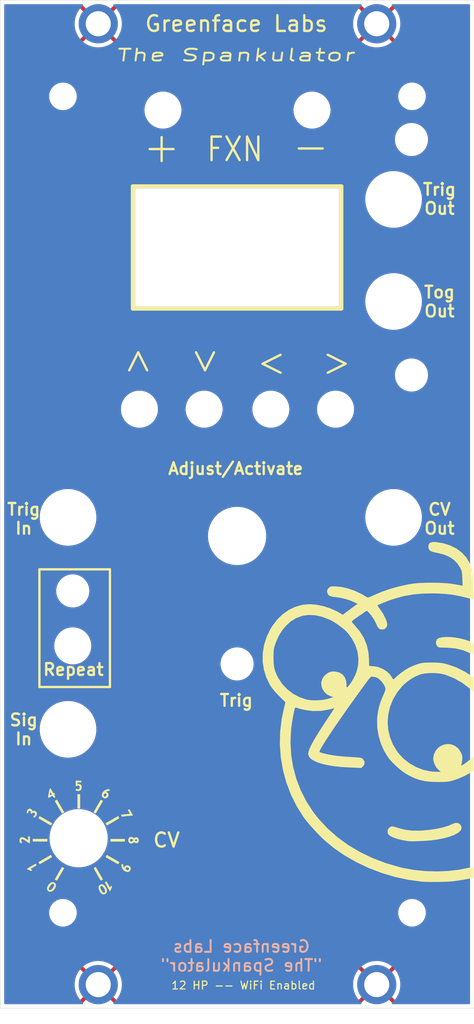
<source format=kicad_pcb>
(kicad_pcb (version 20211014) (generator pcbnew)
  (layers (0 "F.Cu" signal) (31 "B.Cu" signal) (34 "B.Paste" user) (35 "F.Paste" user) (36 "B.SilkS" user "B.Silkscreen") (37 "F.SilkS" user "F.Silkscreen") (38 "B.Mask" user) (39 "F.Mask" user) (44 "Edge.Cuts" user))
  (net 0 "")
  (net 1 "GND")
  (footprint "panel:MountingHole_3.2mm_M3_SmPad" (layer "F.Cu") (at 67.5 43)
    (fp_text reference "H1" (at -0.2 -0.2) (layer "F.SilkS"))
    (fp_text value "MountingHole_Pad")
    (pad "1" thru_hole circle locked (at 0 0) (size 5 5) (drill 3.2) (layers *.Cu *.Mask) (net 1 "GND"))
  )
  (footprint "panel:MountingHole_3.2mm_M3_SmPad" (layer "F.Cu") (at 103 43)
    (fp_text reference "H2" (at 0.1 0.2) (layer "F.SilkS"))
    (fp_text value "MountingHole_Pad")
    (pad "1" thru_hole circle locked (at 0 0) (size 5 5) (drill 3.2) (layers *.Cu *.Mask) (net 1 "GND"))
  )
  (footprint "panel:MountingHole_3.2mm_M3_SmPad" (layer "F.Cu") (at 103 165.4)
    (fp_text reference "H3" (at 0 0.2) (layer "F.SilkS"))
    (fp_text value "MountingHole_Pad")
    (pad "1" thru_hole circle locked (at 0 0) (size 5 5) (drill 3.2) (layers *.Cu *.Mask) (net 1 "GND"))
  )
  (footprint "panel:MountingHole_3.2mm_M3_SmPad" (layer "F.Cu") (at 67.5 165.4)
    (fp_text reference "H4" (at 0.1 -0.1) (layer "F.SilkS"))
    (fp_text value "MountingHole_Pad")
    (pad "1" thru_hole circle locked (at 0 0) (size 5 5) (drill 3.2) (layers *.Cu *.Mask) (net 1 "GND"))
  )
  (footprint "MountingHole:MountingHole_6.4mm_M6_DIN965" (layer "F.Cu") (at 85.2 108.25)
    (fp_text reference "H5" (at -0.2 0.15) (layer "F.SilkS"))
    (fp_text value "MountingHole")
    (pad "" np_thru_hole circle locked (at 0 0) (size 6.4 6.4) (drill 6.4) (layers *.Cu *.Mask))
  )
  (footprint "MountingHole:MountingHole_6.4mm_M6_DIN965" (layer "F.Cu") (at 68.6 146.75)
    (fp_text reference "H7" (at -3.6 0.25) (layer "F.SilkS"))
    (fp_text value "MountingHole")
    (pad "" np_thru_hole circle locked (at -3.6 0) (size 6.4 6.4) (drill 6.4) (layers *.Cu *.Mask))
  )
  (footprint "MountingHole:MountingHole_3.2mm_M3_DIN965" (layer "F.Cu") (at 64.25 115.25)
    (fp_text reference "H14" (at -0.05 0.05) (layer "F.SilkS"))
    (fp_text value "MountingHole")
    (pad "" np_thru_hole circle locked (at 0 0) (size 3.2 3.2) (drill 3.2) (layers *.Cu *.Mask))
  )
  (footprint "MountingHole:MountingHole_3.2mm_M3_DIN965" (layer "F.Cu") (at 107.43 87.75)
    (fp_text reference "H15" (at 0.1 0.05) (layer "F.SilkS"))
    (fp_text value "MountingHole")
    (pad "" np_thru_hole circle locked (at 0 0) (size 3.2 3.2) (drill 3.2) (layers *.Cu *.Mask))
  )
  (footprint "MountingHole:MountingHole_3.2mm_M3_DIN965" (layer "F.Cu") (at 107.43 57.75)
    (fp_text reference "H16" (at 0.1 -0.1) (layer "F.SilkS"))
    (fp_text value "MountingHole")
    (pad "" np_thru_hole circle locked (at 0 0) (size 3.2 3.2) (drill 3.2) (layers *.Cu *.Mask))
  )
  (footprint "MountingHole:MountingHole_2.5mm" (layer "F.Cu") (at 63 52.25)
    (fp_text reference "H17" hide)
    (fp_text value "MountingHole")
    (pad "" np_thru_hole circle locked (at 0 0) (size 2.5 2.5) (drill 2.5) (layers *.Cu *.Mask))
  )
  (footprint "MountingHole:MountingHole_2.5mm" (layer "F.Cu") (at 107.5 52.25)
    (fp_text reference "H18" hide)
    (fp_text value "MountingHole")
    (pad "" np_thru_hole circle locked (at 0 0) (size 2.5 2.5) (drill 2.5) (layers *.Cu *.Mask))
  )
  (footprint "MountingHole:MountingHole_2.5mm" (layer "F.Cu") (at 107.5 156.25)
    (fp_text reference "H19" hide)
    (fp_text value "MountingHole")
    (pad "" np_thru_hole circle locked (at 0 0) (size 2.5 2.5) (drill 2.5) (layers *.Cu *.Mask))
  )
  (footprint "MountingHole:MountingHole_2.5mm" (layer "F.Cu") (at 63 156.25)
    (fp_text reference "H20" hide)
    (fp_text value "MountingHole")
    (pad "" np_thru_hole circle locked (at 0 0) (size 2.5 2.5) (drill 2.5) (layers *.Cu *.Mask))
  )
  (footprint "MountingHole:MountingHole_3.7mm" (layer "F.Cu") (at 75.75 54)
    (fp_text reference "H26" hide)
    (fp_text value "MountingHole")
    (pad "" np_thru_hole circle locked (at 0 0) (size 3.7 3.7) (drill 3.7) (layers *.Cu *.Mask))
  )
  (footprint "MountingHole:MountingHole_3.7mm" (layer "F.Cu") (at 94.75 54)
    (fp_text reference "H27" hide)
    (fp_text value "MountingHole")
    (pad "" np_thru_hole circle locked (at 0 0) (size 3.7 3.7) (drill 3.7) (layers *.Cu *.Mask))
  )
  (footprint "MountingHole:MountingHole_3.7mm" (layer "F.Cu") (at 64.25 122.25)
    (fp_text reference "H28" (at 0.05 -0.05) (layer "F.SilkS"))
    (fp_text value "MountingHole")
    (pad "" np_thru_hole circle locked (at 0 0) (size 3.7 3.7) (drill 3.7) (layers *.Cu *.Mask))
  )
  (footprint "MountingHole:MountingHole_3.7mm" (layer "F.Cu") (at 72.75 92.1)
    (fp_text reference "H29" (at -0.05 -0.2) (layer "F.SilkS"))
    (fp_text value "MountingHole")
    (pad "" np_thru_hole circle locked (at 0 0) (size 3.7 3.7) (drill 3.7) (layers *.Cu *.Mask))
  )
  (footprint "MountingHole:MountingHole_3.7mm" (layer "F.Cu") (at 81 92.1)
    (fp_text reference "H30" (at -0.1 0.2) (layer "F.SilkS"))
    (fp_text value "MountingHole")
    (pad "" np_thru_hole circle locked (at 0 0) (size 3.7 3.7) (drill 3.7) (layers *.Cu *.Mask))
  )
  (footprint "MountingHole:MountingHole_3.7mm" (layer "F.Cu") (at 89.5 92.1)
    (fp_text reference "H31" (at -0.1 0) (layer "F.SilkS"))
    (fp_text value "MountingHole")
    (pad "" np_thru_hole circle locked (at 0 0) (size 3.7 3.7) (drill 3.7) (layers *.Cu *.Mask))
  )
  (footprint "MountingHole:MountingHole_3.7mm" (layer "F.Cu") (at 97.75 92.1)
    (fp_text reference "H32" (at 0 0) (layer "F.SilkS"))
    (fp_text value "MountingHole")
    (pad "" np_thru_hole circle locked (at 0 0) (size 3.7 3.7) (drill 3.7) (layers *.Cu *.Mask))
  )
  (footprint "panel:MountingHole_MolexJack" (layer "F.Cu") (at 63.65 105.88)
    (fp_text reference "H8" (at 0.1 -0.05) (layer "F.SilkS"))
    (fp_text value "MountingHole")
    (pad "" np_thru_hole circle locked (at 0 0) (size 6.2 6.2) (drill 6.2) (layers *.Cu *.Mask))
  )
  (footprint "panel:MountingHole_MolexJack" (layer "F.Cu") (at 105.15 65.38)
    (fp_text reference "H9" hide)
    (fp_text value "MountingHole")
    (pad "" np_thru_hole circle locked (at 0 0) (size 6.2 6.2) (drill 6.2) (layers *.Cu *.Mask))
  )
  (footprint "panel:MountingHole_MolexJack" (layer "F.Cu") (at 105.15 78.38)
    (fp_text reference "H10" (at 0.1 0.05) (layer "F.SilkS"))
    (fp_text value "MountingHole")
    (pad "" np_thru_hole circle locked (at 0 0) (size 6.2 6.2) (drill 6.2) (layers *.Cu *.Mask))
  )
  (footprint "panel:MountingHole_MolexJack" (layer "F.Cu") (at 105.15 105.88)
    (fp_text reference "H11" hide)
    (fp_text value "MountingHole")
    (pad "" np_thru_hole circle locked (at 0 0) (size 6.2 6.2) (drill 6.2) (layers *.Cu *.Mask))
  )
  (footprint "panel:MountingHole_MolexJack" (layer "F.Cu") (at 63.65 132.88)
    (fp_text reference "H12" (at 0 0.25) (layer "F.SilkS"))
    (fp_text value "MountingHole")
    (pad "" np_thru_hole circle locked (at 0 0) (size 6.2 6.2) (drill 6.2) (layers *.Cu *.Mask))
  )
  (footprint "MountingHole:MountingHole_3.2mm_M3_DIN965" (layer "F.Cu") (at 85.2 124.55)
    (fp_text reference "H6" (at 0 -0.05) (layer "F.SilkS"))
    (fp_text value "MountingHole")
    (pad "" np_thru_hole circle locked (at 0 0) (size 3.2 3.2) (drill 3.2) (layers *.Cu *.Mask))
  )
  (footprint "panel:partial3" (layer "F.Cu") (at 101.65 130.75)
    (fp_text reference "face1" hide)
    (fp_text value "SYM_Hot_Large" hide)
    (fp_poly (pts (xy 11.931689 14.194109) (xy 12.002264 14.26686) (xy 12.159522 14.546202) (xy 12.154298 14.821651) (xy 11.993446 15.089125) (xy 11.683817 15.34454) (xy 11.232262 15.583811) (xy 10.645635 15.802855) (xy 9.930787 15.99759) (xy 9.09457 16.16393) (xy 8.720667 16.222618) (xy 8.334477 16.26887) (xy 7.858833 16.310616) (xy 7.332879 16.346051) (xy 6.795759 16.373371) (xy 6.286619 16.390769) (xy 5.844603 16.396441) (xy 5.508855 16.388582) (xy 5.376334 16.376849) (xy 4.638333 16.251488) (xy 3.999501 16.096967) (xy 3.475086 15.919041) (xy 3.080335 15.723464) (xy 2.830498 15.51599) (xy 2.756489 15.388166) (xy 2.726474 15.064856) (xy 2.8427 14.770176) (xy 3.0656 14.567475) (xy 3.188735 14.509855) (xy 3.316433 14.491645) (xy 3.491187 14.517474) (xy 3.755487 14.591972) (xy 3.995816 14.668813) (xy 4.930956 14.913868) (xy 5.871981 15.03451) (xy 6.877597 15.037872) (xy 6.985 15.031971) (xy 8.013127 14.942553) (xy 8.958112 14.804389) (xy 9.797804 14.622078) (xy 10.510049 14.400219) (xy 10.95135 14.208565) (xy 11.347574 14.058153) (xy 11.669667 14.053074)) (layer "F.SilkS") (width 0) (fill solid))
    (fp_poly (pts (xy 8.863599 -21.730668) (xy 9.844421 -21.571481) (xy 10.736611 -21.288141) (xy 11.52928 -20.887412) (xy 12.211539 -20.376056) (xy 12.772499 -19.760836) (xy 13.20127 -19.048514) (xy 13.209071 -19.031938) (xy 13.346094 -18.715004) (xy 13.450422 -18.405602) (xy 13.52621 -18.073714) (xy 13.577617 -17.689319) (xy 13.608797 -17.222399) (xy 13.623908 -16.642934) (xy 13.627213 -16.012125) (xy 13.626294 -14.419814) (xy 12.676314 -14.665044) (xy 11.778115 -14.874847) (xy 10.920819 -15.024839) (xy 10.047769 -15.121948) (xy 9.102312 -15.173102) (xy 8.424334 -15.184977) (xy 7.182072 -15.157815) (xy 6.044393 -15.055133) (xy 4.960628 -14.869019) (xy 3.880107 -14.591561) (xy 3.175 -14.365187) (xy 2.865344 -14.254119) (xy 2.514077 -14.120889) (xy 2.159597 -13.981002) (xy 1.840303 -13.849965) (xy 1.59459 -13.743285) (xy 1.460858 -13.676469) (xy 1.450293 -13.668673) (xy 1.479113 -13.591584) (xy 1.587544 -13.428186) (xy 1.670909 -13.317738) (xy 2.196568 -12.547963) (xy 2.539218 -11.83502) (xy 2.661108 -11.469944) (xy 2.699056 -11.205448) (xy 2.652821 -10.994911) (xy 2.533855 -10.806419) (xy 2.349287 -10.641411) (xy 2.105789 -10.584838) (xy 2.038977 -10.583334) (xy 1.784874 -10.616815) (xy 1.592987 -10.736588) (xy 1.43188 -10.971647) (xy 1.304625 -11.260667) (xy 1.13508 -11.61611) (xy 0.897854 -12.015526) (xy 0.632635 -12.398627) (xy 0.379111 -12.705122) (xy 0.30538 -12.778621) (xy 0.083897 -12.984241) (xy -0.741218 -12.4192) (xy -1.175085 -12.123977) (xy -1.48578 -11.909162) (xy -1.686184 -11.754351) (xy -1.789181 -11.639141) (xy -1.807652 -11.543128) (xy -1.754481 -11.445909) (xy -1.642548 -11.32708) (xy -1.513269 -11.196401) (xy -0.82 -10.371871) (xy -0.290004 -9.514887) (xy 0.08141 -8.61449) (xy 0.298931 -7.659718) (xy 0.366211 -6.804374) (xy 0.381 -5.946414) (xy 0.973667 -5.907592) (xy 1.543674 -5.802653) (xy 2.104261 -5.578021) (xy 2.613586 -5.258779) (xy 3.029807 -4.870009) (xy 3.262372 -4.535638) (xy 3.387714 -4.322571) (xy 3.482463 -4.250037) (xy 3.589055 -4.30579) (xy 3.691045 -4.411939) (xy 3.921883 -4.633273) (xy 4.250006 -4.904984) (xy 4.627309 -5.190637) (xy 5.005689 -5.453798) (xy 5.334 -5.656335) (xy 5.650066 -5.813847) (xy 6.047012 -5.985333) (xy 6.443593 -6.135888) (xy 6.477 -6.147392) (xy 6.770459 -6.242008) (xy 7.026865 -6.306722) (xy 7.290996 -6.347069) (xy 7.607631 -6.368586) (xy 8.021548 -6.376807) (xy 8.339667 -6.377659) (xy 8.86994 -6.372385) (xy 9.28362 -6.35334) (xy 9.633256 -6.314815) (xy 9.971398 -6.251102) (xy 10.333596 -6.161043) (xy 11.487329 -5.76535) (xy 12.593749 -5.208218) (xy 13.027354 -4.937036) (xy 13.631333 -4.537049) (xy 13.631334 -3.617377) (xy 13.631334 -2.697705) (xy 13.1445 -3.114115) (xy 12.202058 -3.818742) (xy 11.187441 -4.387969) (xy 10.128687 -4.806567) (xy 9.906 -4.873166) (xy 9.360599 -4.982605) (xy 8.734413 -5.036756) (xy 8.084514 -5.036227) (xy 7.467972 -4.981627) (xy 6.941856 -4.873565) (xy 6.837423 -4.840447) (xy 6.247171 -4.582124) (xy 5.632393 -4.219354) (xy 5.055418 -3.793052) (xy 4.610308 -3.37856) (xy 3.941597 -2.54863) (xy 3.419957 -1.658124) (xy 3.046238 -0.72279) (xy 2.821295 0.241625) (xy 2.74598 1.219373) (xy 2.821147 2.194706) (xy 3.047649 3.151876) (xy 3.42634 4.075135) (xy 3.958071 4.948736) (xy 4.145743 5.196491) (xy 4.790167 5.881964) (xy 5.5431 6.467544) (xy 6.376119 6.939203) (xy 7.260802 7.28291) (xy 8.168726 7.484638) (xy 8.882377 7.534394) (xy 9.525 7.533455) (xy 9.239262 7.308318) (xy 8.96004 7.002894) (xy 8.732714 6.595223) (xy 8.588 6.151061) (xy 8.552161 5.837457) (xy 8.629206 5.350391) (xy 8.843087 4.882626) (xy 9.164841 4.487879) (xy 9.36544 4.32912) (xy 9.870082 4.085765) (xy 10.389686 3.997571) (xy 10.897174 4.057365) (xy 11.365468 4.257972) (xy 11.767489 4.592217) (xy 12.073037 5.046512) (xy 12.206539 5.353703) (xy 12.263564 5.609839) (xy 12.261286 5.904946) (xy 12.253659 5.993311) (xy 12.217138 6.289954) (xy 12.172312 6.536171) (xy 12.143429 6.638275) (xy 12.109967 6.738419) (xy 12.145766 6.752224) (xy 12.283765 6.679691) (xy 12.354837 6.638275) (xy 12.560672 6.503092) (xy 12.837365 6.302469) (xy 13.125691 6.079377) (xy 13.130926 6.075176) (xy 13.631334 5.673353) (xy 13.631334 7.428164) (xy 13.308084 7.64208) (xy 12.556524 8.069655) (xy 11.689572 8.440876) (xy 11.21689 8.601766) (xy 10.898052 8.696411) (xy 10.622283 8.762309) (xy 10.345359 8.804724) (xy 10.023049 8.828915) (xy 9.611128 8.840145) (xy 9.186334 8.843337) (xy 8.302668 8.821431) (xy 7.537905 8.74168) (xy 6.84815 8.592823) (xy 6.189504 8.363603) (xy 5.518074 8.04276) (xy 5.064909 7.786235) (xy 4.643728 7.499626) (xy 4.169414 7.118505) (xy 3.688496 6.685261) (xy 3.247497 6.242285) (xy 2.892944 5.831966) (xy 2.832897 5.752651) (xy 2.300805 4.896625) (xy 1.881162 3.9469) (xy 1.58368 2.939891) (xy 1.418069 1.912016) (xy 1.394041 0.899691) (xy 1.428633 0.486833) (xy 1.531174 -0.220189) (xy 1.668113 -0.833678) (xy 1.860192 -1.428886) (xy 2.128151 -2.081062) (xy 2.14987 -2.129863) (xy 2.312291 -2.500161) (xy 2.411786 -2.755605) (xy 2.45729 -2.934671) (xy 2.457734 -3.075836) (xy 2.42205 -3.217578) (xy 2.410408 -3.252164) (xy 2.24383 -3.588044) (xy 1.990445 -3.933993) (xy 1.697874 -4.233827) (xy 1.413736 -4.431363) (xy 1.409031 -4.433617) (xy 1.129659 -4.528337) (xy 0.848943 -4.56973) (xy 0.833871 -4.5698) (xy 0.767991 -4.572853) (xy 0.713385 -4.575404) (xy 0.660567 -4.565804) (xy 0.600051 -4.532403) (xy 0.52235 -4.463554) (xy 0.417979 -4.347607) (xy 0.277452 -4.172913) (xy 0.091281 -3.927823) (xy -0.150019 -3.600688) (xy -0.455935 -3.179859) (xy -0.835952 -2.653686) (xy -1.299557 -2.010522) (xy -1.680909 -1.481667) (xy -2.302645 -0.613643) (xy -2.899406 0.231582) (xy -3.463946 1.042976) (xy -3.989019 1.809505) (xy -4.467379 2.520137) (xy -4.89178 3.163838) (xy -5.254977 3.729576) (xy -5.549724 4.206318) (xy -5.768774 4.58303) (xy -5.904883 4.848681) (xy -5.950804 4.992236) (xy -5.944908 5.010958) (xy -5.810724 5.07805) (xy -5.544947 5.161083) (xy -5.183587 5.251845) (xy -4.762653 5.342123) (xy -4.318155 5.423707) (xy -3.886102 5.488384) (xy -3.809292 5.497975) (xy -3.410346 5.540167) (xy -2.904791 5.585138) (xy -2.355167 5.627726) (xy -1.824013 5.662773) (xy -1.782951 5.665167) (xy -1.30365 5.694099) (xy -0.963479 5.720652) (xy -0.732456 5.751121) (xy -0.580602 5.791799) (xy -0.477935 5.848981) (xy -0.394474 5.92896) (xy -0.364784 5.962884) (xy -0.198668 6.25368) (xy -0.201391 6.539558) (xy -0.372787 6.814746) (xy -0.39006 6.832423) (xy -0.610787 7.05315) (xy -1.97756 6.99936) (xy -3.22338 6.923238) (xy -4.311485 6.798696) (xy -5.246677 6.624875) (xy -6.033757 6.400918) (xy -6.573591 6.17849) (xy -6.992263 5.929787) (xy -7.254344 5.661746) (xy -7.372533 5.358836) (xy -7.381667 5.19024) (xy -7.334118 4.926066) (xy -7.205583 4.572079) (xy -6.992238 4.121341) (xy -6.690259 3.566914) (xy -6.295823 2.901858) (xy -5.805104 2.119234) (xy -5.214281 1.212105) (xy -5.066596 0.989287) (xy -4.771126 0.543788) (xy -4.510143 0.14843) (xy -4.297261 -0.176012) (xy -4.146092 -0.408764) (xy -4.070246 -0.529051) (xy -4.064 -0.54088) (xy -4.13915 -0.531874) (xy -4.337942 -0.488208) (xy -4.620386 -0.418796) (xy -4.677833 -0.404046) (xy -5.732272 -0.217828) (xy -6.79656 -0.199917) (xy -7.582057 -0.294952) (xy -7.974589 -0.372711) (xy -8.336667 -0.456891) (xy -8.613862 -0.534308) (xy -8.705369 -0.567087) (xy -8.918907 -0.63829) (xy -9.032963 -0.621514) (xy -9.061798 -0.58868) (xy -9.115191 -0.440222) (xy -9.184409 -0.158216) (xy -9.263234 0.222991) (xy -9.345447 0.669056) (xy -9.424832 1.145632) (xy -9.495169 1.618375) (xy -9.550241 2.05294) (xy -9.564707 2.189137) (xy -9.641386 3.79612) (xy -9.552332 5.38374) (xy -9.300737 6.941645) (xy -8.889793 8.459488) (xy -8.322692 9.926919) (xy -7.602625 11.333587) (xy -6.732784 12.669145) (xy -6.072122 13.513871) (xy -4.929581 14.74446) (xy -3.661254 15.865825) (xy -2.273992 16.874005) (xy -0.774648 17.76504) (xy 0.829923 18.534969) (xy 2.53287 19.179831) (xy 4.32734 19.695667) (xy 4.82537 19.812022) (xy 6.181022 20.052685) (xy 7.602059 20.192023) (xy 9.049577 20.230656) (xy 10.484672 20.169199) (xy 11.86844 20.008271) (xy 13.161976 19.748489) (xy 13.440834 19.675317) (xy 13.533099 19.657267) (xy 13.58941 19.686075) (xy 13.618639 19.792761) (xy 13.629656 20.008346) (xy 13.631334 20.341452) (xy 13.631334 21.059987) (xy 12.678834 21.240156) (xy 12.183304 21.326836) (xy 11.640254 21.410631) (xy 11.133596 21.479008) (xy 10.904171 21.505163) (xy 10.530532 21.532788) (xy 10.035602 21.553881) (xy 9.463714 21.568083) (xy 8.859201 21.575037) (xy 8.266395 21.574383) (xy 7.72963 21.565763) (xy 7.293238 21.548819) (xy 7.112 21.535815) (xy 5.392082 21.305559) (xy 3.677243 20.93424) (xy 1.988188 20.430633) (xy 0.345624 19.803513) (xy -1.229745 19.061657) (xy -2.717213 18.213838) (xy -4.096073 17.268833) (xy -5.30287 16.274277) (xy -5.680334 15.91514) (xy -6.111882 15.47652) (xy -6.566876 14.992217) (xy -7.014681 14.496036) (xy -7.42466 14.021777) (xy -7.766175 13.603244) (xy -7.96688 13.335) (xy -8.848878 11.933475) (xy -9.583679 10.457386) (xy -10.168796 8.920098) (xy -10.601743 7.334981) (xy -10.880034 5.715402) (xy -11.001183 4.07473) (xy -10.962704 2.426333) (xy -10.762111 0.783578) (xy -10.517694 -0.381) (xy -10.287 -1.312334) (xy -11.100722 -2.116667) (xy -11.569325 -2.608656) (xy -11.960774 -3.077685) (xy -12.245334 -3.487938) (xy -12.260562 -3.513667) (xy -12.729794 -4.479125) (xy -13.039269 -5.484931) (xy -13.189581 -6.517018) (xy -13.185881 -6.985) (xy -11.807277 -6.985) (xy -11.789047 -6.339158) (xy -11.728475 -5.806433) (xy -11.612829 -5.333216) (xy -11.429375 -4.8659) (xy -11.193913 -4.402667) (xy -10.676288 -3.629607) (xy -10.030942 -2.951333) (xy -9.2806 -2.384916) (xy -8.447987 -1.947427) (xy -7.555827 -1.655937) (xy -7.529236 -1.64982) (xy -6.95035 -1.56873) (xy -6.287127 -1.556789) (xy -5.608264 -1.610656) (xy -4.982455 -1.726987) (xy -4.783666 -1.783422) (xy -4.191 -1.971355) (xy -4.561416 -2.096928) (xy -5.003352 -2.326241) (xy -5.361722 -2.669101) (xy -5.602066 -3.088156) (xy -5.662209 -3.290121) (xy -5.708922 -3.556509) (xy -5.726498 -3.762465) (xy -5.720545 -3.828219) (xy -5.677557 -3.990418) (xy -5.637429 -4.163308) (xy -5.500052 -4.469072) (xy -5.243129 -4.774553) (xy -4.909654 -5.031981) (xy -4.800834 -5.092839) (xy -4.515447 -5.204798) (xy -4.207855 -5.241163) (xy -3.972731 -5.232463) (xy -3.45579 -5.121015) (xy -3.037109 -4.877675) (xy -2.73008 -4.517084) (xy -2.548095 -4.053879) (xy -2.501543 -3.624257) (xy -2.497581 -3.356238) (xy -2.478564 -3.229158) (xy -2.431518 -3.214634) (xy -2.345334 -3.282593) (xy -2.126685 -3.530676) (xy -1.878409 -3.891242) (xy -1.627935 -4.317343) (xy -1.402697 -4.762033) (xy -1.230126 -5.178363) (xy -1.219008 -5.210229) (xy -1.018605 -6.048989) (xy -0.981135 -6.90498) (xy -1.103282 -7.763254) (xy -1.381731 -8.608865) (xy -1.813166 -9.426866) (xy -2.302576 -10.095132) (xy -2.642929 -10.446052) (xy -3.090774 -10.828627) (xy -3.598182 -11.20729) (xy -4.117224 -11.54648) (xy -4.599972 -11.810631) (xy -4.639863 -11.829444) (xy -5.57789 -12.193068) (xy -6.476875 -12.396378) (xy -7.332652 -12.439968) (xy -8.141054 -12.324425) (xy -8.897914 -12.050342) (xy -9.599067 -11.618309) (xy -10.233249 -11.036671) (xy -10.733726 -10.426688) (xy -11.130342 -9.787421) (xy -11.459163 -9.058114) (xy -11.544728 -8.82745) (xy -11.655571 -8.50406) (xy -11.730218 -8.237368) (xy -11.775658 -7.978313) (xy -11.798883 -7.677837) (xy -11.806883 -7.28688) (xy -11.807277 -6.985) (xy -13.185881 -6.985) (xy -13.181324 -7.561318) (xy -13.015093 -8.603763) (xy -12.691483 -9.630284) (xy -12.211087 -10.626815) (xy -11.941515 -11.065367) (xy -11.322609 -11.871566) (xy -10.618537 -12.549031) (xy -9.842951 -13.089795) (xy -9.0095 -13.485892) (xy -8.131835 -13.729357) (xy -7.234355 -13.812214) (xy -6.379281 -13.749386) (xy -5.476686 -13.568207) (xy -4.582174 -13.284635) (xy -3.751348 -12.914631) (xy -3.386093 -12.707693) (xy -2.986433 -12.461779) (xy -2.233385 -13.02539) (xy -1.906339 -13.268421) (xy -1.610715 -13.484966) (xy -1.384067 -13.647692) (xy -1.280832 -13.718694) (xy -1.081327 -13.848387) (xy -1.542987 -14.07444) (xy -2.112061 -14.308161) (xy -2.768903 -14.506625) (xy -3.432448 -14.647575) (xy -3.806216 -14.695835) (xy -4.2612 -14.752929) (xy -4.576113 -14.835854) (xy -4.779578 -14.955784) (xy -4.899684 -15.122707) (xy -4.987158 -15.418187) (xy -4.934564 -15.664433) (xy -4.787709 -15.862637) (xy -4.641942 -15.99338) (xy -4.476688 -16.060977) (xy -4.230662 -16.08493) (xy -4.083592 -16.086667) (xy -3.237856 -16.018538) (xy -2.343249 -15.823494) (xy -1.444779 -15.515548) (xy -0.587454 -15.108712) (xy -0.192182 -14.87507) (xy 0.028991 -14.743367) (xy 0.194134 -14.661129) (xy 0.241738 -14.647334) (xy 0.34533 -14.681108) (xy 0.567108 -14.772544) (xy 0.872226 -14.906811) (xy 1.153587 -15.035413) (xy 2.107007 -15.431391) (xy 3.168248 -15.791379) (xy 4.276815 -16.097939) (xy 5.372215 -16.333636) (xy 6.011334 -16.435602) (xy 6.581011 -16.492896) (xy 7.263498 -16.530024) (xy 8.014205 -16.547289) (xy 8.788545 -16.544992) (xy 9.541929 -16.523437) (xy 10.229768 -16.482927) (xy 10.807474 -16.423765) (xy 10.955198 -16.402013) (xy 11.35293 -16.336158) (xy 11.706787 -16.27454) (xy 11.972042 -16.22512) (xy 12.086796 -16.200631) (xy 12.296195 -16.148075) (xy 12.264219 -17.069871) (xy 12.242633 -17.516524) (xy 12.208856 -17.839182) (xy 12.154855 -18.083133) (xy 12.072596 -18.293665) (xy 12.033125 -18.372667) (xy 11.655061 -18.966004) (xy 11.191824 -19.447923) (xy 10.626562 -19.829284) (xy 9.942423 -20.120947) (xy 9.122555 -20.333772) (xy 8.935472 -20.368775) (xy 8.497099 -20.465677) (xy 8.202932 -20.585852) (xy 8.027902 -20.748209) (xy 7.946939 -20.971651) (xy 7.933506 -21.12438) (xy 7.976383 -21.431016) (xy 8.132588 -21.630236) (xy 8.412642 -21.728897) (xy 8.827064 -21.733858)) (layer "F.SilkS") (width 0) (fill solid))
    (fp_poly (pts (xy 10.735365 -9.623025) (xy 11.329436 -9.564887) (xy 11.936835 -9.461587) (xy 12.527895 -9.314176) (xy 12.719384 -9.254353) (xy 13.114378 -9.121416) (xy 13.37596 -9.011283) (xy 13.530431 -8.890501) (xy 13.604092 -8.725614) (xy 13.623245 -8.483168) (xy 13.614192 -8.12971) (xy 13.61375 -8.116758) (xy 13.589 -7.388817) (xy 13.123334 -7.62758) (xy 12.30577 -7.958775) (xy 11.381839 -8.172171) (xy 10.371667 -8.263252) (xy 9.983851 -8.27394) (xy 9.654419 -8.283258) (xy 9.4229 -8.290073) (xy 9.3345 -8.292972) (xy 9.200798 -8.351708) (xy 9.059334 -8.466667) (xy 8.915507 -8.718733) (xy 8.898961 -9.015622) (xy 9.007834 -9.292624) (xy 9.085667 -9.382969) (xy 9.329772 -9.515975) (xy 9.705867 -9.599619) (xy 10.184287 -9.634953)) (layer "F.SilkS") (width 0) (fill solid))
  )
  (footprint "panel:dial2" (layer "F.Cu") (at 65.05 146.7 90)
    (fp_text reference "dial1" hide)
    (fp_text value "SYM_Hot_Large" hide)
    (fp_poly (pts (xy -0.128871 6.30569) (xy -0.015531 6.363557) (xy 0.06496 6.452552) (xy 0.070078 6.461965) (xy 0.104195 6.571891) (xy 0.107162 6.694212) (xy 0.082627 6.813067) (xy 0.034236 6.912595) (xy -0.034365 6.976936) (xy -0.04996 6.984097) (xy -0.083605 7.001901) (xy -0.065588 7.021331) (xy -0.051676 7.029353) (xy -0.013466 7.070657) (xy 0.027575 7.143714) (xy 0.04223 7.178356) (xy 0.069526 7.260206) (xy 0.073326 7.319309) (xy 0.054134 7.384011) (xy 0.046216 7.403394) (xy -0.025779 7.507999) (xy -0.132739 7.580724) (xy -0.260566 7.617599) (xy -0.395163 7.614653) (xy -0.522432 7.567914) (xy -0.527365 7.56496) (xy -0.597425 7.511016) (xy -0.647662 7.453033) (xy -0.650514 7.448044) (xy -0.673231 7.356932) (xy -0.669472 7.295073) (xy -0.423173 7.295073) (xy -0.414679 7.359) (xy -0.404518 7.375407) (xy -0.355391 7.394357) (xy -0.284263 7.394112) (xy -0.216716 7.377825) (xy -0.17833 7.348649) (xy -0.17784 7.347462) (xy -0.179205 7.284403) (xy -0.213544 7.209261) (xy -0.269219 7.144531) (xy -0.29093 7.128898) (xy -0.337999 7.114682) (xy -0.378296 7.146934) (xy -0.382653 7.152671) (xy -0.411632 7.217481) (xy -0.423173 7.295073) (xy -0.669472 7.295073) (xy -0.666428 7.244983) (xy -0.634062 7.136804) (xy -0.589057 7.065824) (xy -0.547181 7.016385) (xy -0.543176 6.988783) (xy -0.569483 6.968629) (xy -0.613906 6.928528) (xy -0.665803 6.861618) (xy -0.678598 6.841841) (xy -0.725528 6.716607) (xy -0.725271 6.685059) (xy -0.474038 6.685059) (xy -0.430961 6.775217) (xy -0.403942 6.807066) (xy -0.324184 6.870653) (xy -0.254991 6.880759) (xy -0.191174 6.838108) (xy -0.190017 6.836833) (xy -0.133225 6.740831) (xy -0.130891 6.643431) (xy -0.169786 6.5675) (xy -0.247173 6.504722) (xy -0.335201 6.497064) (xy -0.417053 6.535044) (xy -0.469581 6.601283) (xy -0.474038 6.685059) (xy -0.725271 6.685059) (xy -0.724444 6.583791) (xy -0.677056 6.460626) (xy -0.635496 6.406962) (xy -0.528373 6.329588) (xy -0.399053 6.287633) (xy -0.261299 6.280025) (xy -0.128871 6.30569)) (layer "F.SilkS") (width 0.01) (fill solid))
    (fp_poly (pts (xy -0.143472 -7.556349) (xy -0.036644 -7.495647) (xy 0.041839 -7.408543) (xy 0.081365 -7.298188) (xy 0.084047 -7.256361) (xy 0.070831 -7.156942) (xy 0.029909 -7.041745) (xy -0.042343 -6.902832) (xy -0.149552 -6.732267) (xy -0.167788 -6.705067) (xy -0.312164 -6.491112) (xy 0.169334 -6.491112) (xy 0.169334 -6.265334) (xy -0.268111 -6.265334) (xy -0.44712 -6.266638) (xy -0.574968 -6.270819) (xy -0.656887 -6.278281) (xy -0.698105 -6.289431) (xy -0.705555 -6.299175) (xy -0.690433 -6.333063) (xy -0.648669 -6.404692) (xy -0.585671 -6.505339) (xy -0.506842 -6.62628) (xy -0.453204 -6.706424) (xy -0.333277 -6.890146) (xy -0.248204 -7.0361) (xy -0.195938 -7.149235) (xy -0.174435 -7.234495) (xy -0.181649 -7.296827) (xy -0.197812 -7.323977) (xy -0.258516 -7.358225) (xy -0.344902 -7.364744) (xy -0.434231 -7.344817) (xy -0.496448 -7.307151) (xy -0.544024 -7.268456) (xy -0.582163 -7.267272) (xy -0.632323 -7.296286) (xy -0.691662 -7.348656) (xy -0.698062 -7.400372) (xy -0.652131 -7.462418) (xy -0.642055 -7.47209) (xy -0.527939 -7.548519) (xy -0.399729 -7.585938) (xy -0.268037 -7.587497) (xy -0.143472 -7.556349)) (layer "F.SilkS") (width 0.01) (fill solid))
    (fp_poly (pts (xy -0.141111 -4.035778) (xy -0.297219 -4.035778) (xy -0.401028 -4.042313) (xy -0.458512 -4.060996) (xy -0.466964 -4.071316) (xy -0.470086 -4.107386) (xy -0.472488 -4.192801) (xy -0.474122 -4.320465) (xy -0.474942 -4.48328) (xy -0.4749 -4.674153) (xy -0.473949 -4.885985) (xy -0.473133 -4.995593) (xy -0.465666 -5.884334) (xy -0.303388 -5.892798) (xy -0.141111 -5.901262) (xy -0.141111 -4.035778)) (layer "F.SilkS") (width 0.01) (fill solid))
    (fp_poly (pts (xy -3.089422 -5.141126) (xy -3.045151 -5.07453) (xy -2.980412 -4.970919) (xy -2.898897 -4.836333) (xy -2.804296 -4.676813) (xy -2.700301 -4.498398) (xy -2.665437 -4.437945) (xy -2.557997 -4.251375) (xy -2.458192 -4.078453) (xy -2.369903 -3.925874) (xy -2.297012 -3.800333) (xy -2.243401 -3.708526) (xy -2.212954 -3.657149) (xy -2.209181 -3.651035) (xy -2.190726 -3.613466) (xy -2.199321 -3.583885) (xy -2.243473 -3.549305) (xy -2.297005 -3.516979) (xy -2.372961 -3.475003) (xy -2.429246 -3.448504) (xy -2.446247 -3.443664) (xy -2.467085 -3.467129) (xy -2.510785 -3.531966) (xy -2.572462 -3.630394) (xy -2.64723 -3.754632) (xy -2.723444 -3.88515) (xy -2.823635 -4.058863) (xy -2.931448 -4.245429) (xy -3.03669 -4.427231) (xy -3.129166 -4.586653) (xy -3.167944 -4.653346) (xy -3.238235 -4.77615) (xy -3.296793 -4.882365) (xy -3.338322 -4.962088) (xy -3.357524 -5.005414) (xy -3.358227 -5.009137) (xy -3.33573 -5.037477) (xy -3.280823 -5.078722) (xy -3.211971 -5.121326) (xy -3.147635 -5.15374) (xy -3.109533 -5.164667) (xy -3.089422 -5.141126)) (layer "F.SilkS") (width 0.01) (fill solid))
    (fp_poly (pts (xy 1.865054 3.409759) (xy 1.903603 3.473199) (xy 1.959583 3.568224) (xy 2.027795 3.686075) (xy 2.054337 3.732388) (xy 2.139116 3.880367) (xy 2.241785 4.059048) (xy 2.351912 4.250307) (xy 2.459067 4.43602) (xy 2.508867 4.522164) (xy 2.590734 4.664302) (xy 2.661822 4.78894) (xy 2.717664 4.888145) (xy 2.75379 4.953982) (xy 2.765778 4.978362) (xy 2.743889 4.996089) (xy 2.689785 5.030621) (xy 2.620813 5.071749) (xy 2.554319 5.109267) (xy 2.507651 5.132966) (xy 2.497138 5.136444) (xy 2.48083 5.113619) (xy 2.441995 5.051471) (xy 2.386445 4.959492) (xy 2.319991 4.847174) (xy 2.319987 4.847166) (xy 2.147316 4.552351) (xy 2.001614 4.302793) (xy 1.881023 4.095222) (xy 1.783684 3.926366) (xy 1.707739 3.792956) (xy 1.651329 3.691721) (xy 1.612596 3.619391) (xy 1.589681 3.572694) (xy 1.580726 3.54836) (xy 1.580445 3.545703) (xy 1.60233 3.527597) (xy 1.65643 3.492717) (xy 1.725411 3.451322) (xy 1.791937 3.413673) (xy 1.838675 3.39003) (xy 1.849136 3.386666) (xy 1.865054 3.409759)) (layer "F.SilkS") (width 0.01) (fill solid))
    (fp_poly (pts (xy -3.856149 1.888056) (xy -3.823083 1.928966) (xy -3.780425 1.997466) (xy -3.768661 2.018825) (xy -3.735004 2.085334) (xy -3.728108 2.121749) (xy -3.747972 2.147673) (xy -3.768661 2.163356) (xy -3.801599 2.183779) (xy -3.876056 2.22795) (xy -3.984575 2.291562) (xy -4.119699 2.370303) (xy -4.273969 2.459864) (xy -4.43993 2.555936) (xy -4.610123 2.654209) (xy -4.777091 2.750373) (xy -4.933377 2.84012) (xy -5.071524 2.919138) (xy -5.184074 2.983119) (xy -5.263569 3.027754) (xy -5.281413 3.037576) (xy -5.311854 3.027837) (xy -5.327275 3.012411) (xy -5.358226 2.964775) (xy -5.397704 2.893613) (xy -5.403567 2.882213) (xy -5.432712 2.814662) (xy -5.432037 2.774347) (xy -5.41415 2.751306) (xy -5.380888 2.728709) (xy -5.304958 2.681933) (xy -5.192728 2.614748) (xy -5.050569 2.530925) (xy -4.884849 2.434236) (xy -4.701937 2.32845) (xy -4.63226 2.288381) (xy -4.38807 2.149554) (xy -4.190792 2.040473) (xy -4.039625 1.960724) (xy -3.933769 1.909894) (xy -3.872424 1.887571) (xy -3.856149 1.888056)) (layer "F.SilkS") (width 0.01) (fill solid))
    (fp_poly (pts (xy 5.603717 2.933935) (xy 5.775933 3.011549) (xy 5.927511 3.13444) (xy 6.052191 3.297317) (xy 6.143715 3.49489) (xy 6.155295 3.530784) (xy 6.192771 3.690406) (xy 6.194705 3.807325) (xy 6.160706 3.883002) (xy 6.090385 3.918896) (xy 6.05056 3.922456) (xy 6.01494 3.915119) (xy 5.993711 3.883584) (xy 5.980265 3.814543) (xy 5.975332 3.770997) (xy 5.961325 3.688945) (xy 5.938261 3.604253) (xy 5.910647 3.527274) (xy 5.88299 3.468359) (xy 5.859798 3.437863) (xy 5.845577 3.446138) (xy 5.843248 3.467598) (xy 5.821849 3.528884) (xy 5.766918 3.606597) (xy 5.732432 3.643986) (xy 5.660076 3.709758) (xy 5.598853 3.74245) (xy 5.524615 3.753039) (xy 5.491419 3.753555) (xy 5.328288 3.730946) (xy 5.19561 3.66879) (xy 5.097141 3.575591) (xy 5.036638 3.459856) (xy 5.01786 3.330089) (xy 5.022944 3.304325) (xy 5.249334 3.304325) (xy 5.272819 3.378374) (xy 5.332815 3.441087) (xy 5.413627 3.485491) (xy 5.499563 3.504612) (xy 5.574931 3.491479) (xy 5.609313 3.464277) (xy 5.656652 3.377168) (xy 5.649619 3.296089) (xy 5.592138 3.217129) (xy 5.502784 3.155228) (xy 5.411435 3.135874) (xy 5.330484 3.155914) (xy 5.272325 3.212196) (xy 5.24935 3.301567) (xy 5.249334 3.304325) (xy 5.022944 3.304325) (xy 5.044562 3.194797) (xy 5.120502 3.062485) (xy 5.164446 3.013358) (xy 5.234735 2.949379) (xy 5.295405 2.917801) (xy 5.372802 2.907524) (xy 5.417123 2.906888) (xy 5.603717 2.933935)) (layer "F.SilkS") (width 0.01) (fill solid))
    (fp_poly (pts (xy -4.521806 -2.645809) (xy -4.331212 -2.535548) (xy -4.156727 -2.434429) (xy -4.004242 -2.345881) (xy -3.879649 -2.273332) (xy -3.78884 -2.220211) (xy -3.737707 -2.189945) (xy -3.72859 -2.18425) (xy -3.729981 -2.152942) (xy -3.753033 -2.092461) (xy -3.789316 -2.021389) (xy -3.830396 -1.958305) (xy -3.832143 -1.956054) (xy -3.880555 -1.894219) (xy -4.656666 -2.344258) (xy -4.846506 -2.454996) (xy -5.020096 -2.557513) (xy -5.171524 -2.648221) (xy -5.294879 -2.723529) (xy -5.384251 -2.779847) (xy -5.433728 -2.813584) (xy -5.441763 -2.821107) (xy -5.433681 -2.858964) (xy -5.403157 -2.926306) (xy -5.377459 -2.972978) (xy -5.304168 -3.098039) (xy -4.521806 -2.645809)) (layer "F.SilkS") (width 0.01) (fill solid))
    (fp_poly (pts (xy 6.17864 -0.410271) (xy 6.242832 -0.37163) (xy 6.260022 -0.336682) (xy 6.235579 -0.288069) (xy 6.222103 -0.269773) (xy 6.186253 -0.182837) (xy 6.185798 -0.082048) (xy 6.219432 0.006679) (xy 6.237112 0.028222) (xy 6.311839 0.069107) (xy 6.413639 0.084687) (xy 6.518721 0.074137) (xy 6.597721 0.040733) (xy 6.646459 -0.024622) (xy 6.660243 -0.115024) (xy 6.637767 -0.210203) (xy 6.616304 -0.248017) (xy 6.588009 -0.318624) (xy 6.589983 -0.367186) (xy 6.601633 -0.391032) (xy 6.625204 -0.40699) (xy 6.670586 -0.416626) (xy 6.747669 -0.421506) (xy 6.866344 -0.423196) (xy 6.944569 -0.423334) (xy 7.281334 -0.423334) (xy 7.281334 0.282222) (xy 7.055556 0.282222) (xy 7.055556 -0.197556) (xy 6.958553 -0.197556) (xy 6.893889 -0.193812) (xy 6.87084 -0.171624) (xy 6.874612 -0.114563) (xy 6.87597 -0.105834) (xy 6.872313 0.026876) (xy 6.826207 0.153546) (xy 6.74583 0.254274) (xy 6.719771 0.274134) (xy 6.618108 0.31675) (xy 6.486068 0.337424) (xy 6.345696 0.335135) (xy 6.21904 0.308863) (xy 6.192385 0.298551) (xy 6.080902 0.22106) (xy 6.003643 0.10635) (xy 5.964416 -0.035252) (xy 5.967029 -0.193417) (xy 5.983263 -0.268653) (xy 6.01961 -0.372621) (xy 6.060583 -0.426096) (xy 6.114247 -0.434926) (xy 6.17864 -0.410271)) (layer "F.SilkS") (width 0.01) (fill solid))
    (fp_poly (pts (xy 3.402823 -6.639099) (xy 3.527764 -6.580847) (xy 3.62602 -6.494364) (xy 3.689507 -6.388326) (xy 3.710141 -6.271409) (xy 3.696075 -6.191637) (xy 3.650602 -6.106568) (xy 3.580388 -6.028537) (xy 3.502116 -5.972966) (xy 3.439953 -5.954889) (xy 3.401962 -5.946748) (xy 3.40769 -5.91243) (xy 3.413896 -5.9003) (xy 3.444467 -5.787847) (xy 3.431112 -5.664717) (xy 3.379775 -5.546679) (xy 3.296394 -5.449503) (xy 3.22718 -5.404685) (xy 3.122793 -5.369705) (xy 3.016702 -5.37051) (xy 2.897158 -5.403389) (xy 2.749757 -5.483888) (xy 2.635768 -5.604073) (xy 2.605793 -5.654123) (xy 2.579709 -5.710276) (xy 2.572699 -5.738345) (xy 2.573197 -5.73879) (xy 2.601406 -5.75405) (xy 2.65947 -5.78611) (xy 2.674131 -5.794252) (xy 2.735043 -5.825865) (xy 2.765487 -5.827586) (xy 2.784215 -5.797147) (xy 2.790837 -5.78014) (xy 2.84609 -5.692641) (xy 2.927246 -5.628465) (xy 3.017316 -5.597655) (xy 3.087402 -5.604892) (xy 3.142524 -5.650853) (xy 3.186495 -5.728685) (xy 3.207926 -5.813811) (xy 3.205071 -5.858794) (xy 3.169265 -5.923978) (xy 3.11834 -5.971737) (xy 3.072791 -6.005796) (xy 3.065228 -6.03751) (xy 3.091682 -6.09066) (xy 3.09698 -6.099652) (xy 3.146911 -6.158664) (xy 3.18847 -6.163912) (xy 3.278231 -6.13429) (xy 3.3402 -6.137033) (xy 3.387595 -6.167396) (xy 3.431051 -6.236544) (xy 3.440609 -6.319164) (xy 3.415086 -6.390947) (xy 3.399299 -6.407672) (xy 3.34264 -6.436485) (xy 3.261884 -6.45896) (xy 3.251133 -6.460841) (xy 3.181037 -6.478025) (xy 3.149162 -6.510474) (xy 3.137934 -6.569047) (xy 3.135163 -6.624712) (xy 3.150536 -6.651407) (xy 3.198192 -6.659782) (xy 3.25928 -6.660445) (xy 3.402823 -6.639099)) (layer "F.SilkS") (width 0.01) (fill solid))
    (fp_poly (pts (xy -6.239004 2.500279) (xy -6.106631 2.556263) (xy -6.02711 2.627833) (xy -5.943677 2.762432) (xy -5.915251 2.899825) (xy -5.940659 3.037323) (xy -6.01873 3.172232) (xy -6.148293 3.301861) (xy -6.328178 3.423518) (xy -6.387328 3.455748) (xy -6.503903 3.511669) (xy -6.596919 3.542056) (xy -6.689367 3.553298) (xy -6.740106 3.553771) (xy -6.836133 3.549931) (xy -6.912727 3.542423) (xy -6.942666 3.536139) (xy -7.019694 3.487388) (xy -7.100144 3.404028) (xy -7.167417 3.304224) (xy -7.182678 3.273505) (xy -7.214009 3.142697) (xy -6.999111 3.142697) (xy -6.978107 3.24109) (xy -6.917878 3.302444) (xy -6.8226 3.325811) (xy -6.696447 3.310241) (xy -6.543595 3.254786) (xy -6.531257 3.249034) (xy -6.408758 3.180967) (xy -6.296361 3.100425) (xy -6.204535 3.016819) (xy -6.143746 2.93956) (xy -6.124222 2.883036) (xy -6.149617 2.8045) (xy -6.214535 2.742149) (xy -6.302074 2.710665) (xy -6.324192 2.709333) (xy -6.417046 2.725046) (xy -6.529861 2.767318) (xy -6.65126 2.828843) (xy -6.769869 2.902317) (xy -6.874312 2.980437) (xy -6.953214 3.055898) (xy -6.995199 3.121396) (xy -6.999111 3.142697) (xy -7.214009 3.142697) (xy -7.214705 3.139793) (xy -7.191911 3.006298) (xy -7.115871 2.875565) (xy -6.98816 2.750135) (xy -6.810355 2.632552) (xy -6.773125 2.612403) (xy -6.576061 2.52827) (xy -6.396751 2.490922) (xy -6.239004 2.500279)) (layer "F.SilkS") (width 0.01) (fill solid))
    (fp_poly (pts (xy -6.381254 -4.077207) (xy -6.21697 -4.021457) (xy -6.106416 -3.962174) (xy -5.909623 -3.825477) (xy -5.767972 -3.684019) (xy -5.68025 -3.536197) (xy -5.645241 -3.380408) (xy -5.644444 -3.35201) (xy -5.670152 -3.216453) (xy -5.739895 -3.096372) (xy -5.842606 -3.002891) (xy -5.967215 -2.947136) (xy -6.057931 -2.936432) (xy -6.133264 -2.947655) (xy -6.228989 -2.974398) (xy -6.267941 -2.98846) (xy -6.478682 -3.093995) (xy -6.652257 -3.228916) (xy -6.782152 -3.387313) (xy -6.844498 -3.511335) (xy -6.877629 -3.661203) (xy -6.875067 -3.677574) (xy -6.660444 -3.677574) (xy -6.634672 -3.587316) (xy -6.56184 -3.486866) (xy -6.448671 -3.383153) (xy -6.30189 -3.283105) (xy -6.247872 -3.252427) (xy -6.124092 -3.192156) (xy -6.033042 -3.166712) (xy -5.963782 -3.17516) (xy -5.905371 -3.216564) (xy -5.899543 -3.222655) (xy -5.851822 -3.302246) (xy -5.853835 -3.387678) (xy -5.906818 -3.481361) (xy -6.012007 -3.585702) (xy -6.13312 -3.67745) (xy -6.286777 -3.777794) (xy -6.405567 -3.839727) (xy -6.493849 -3.865426) (xy -6.511383 -3.866445) (xy -6.584 -3.841008) (xy -6.637745 -3.775066) (xy -6.660345 -3.684172) (xy -6.660444 -3.677574) (xy -6.875067 -3.677574) (xy -6.856222 -3.797989) (xy -6.779659 -3.925308) (xy -6.772071 -3.934126) (xy -6.656089 -4.033656) (xy -6.526722 -4.081311) (xy -6.381254 -4.077207)) (layer "F.SilkS") (width 0.01) (fill solid))
    (fp_poly (pts (xy 2.521922 -5.148199) (xy 2.587076 -5.124701) (xy 2.6602 -5.090093) (xy 2.721279 -5.053665) (xy 2.748298 -5.029007) (xy 2.738894 -4.998973) (xy 2.704696 -4.927191) (xy 2.649392 -4.820642) (xy 2.576667 -4.68631) (xy 2.49021 -4.531176) (xy 2.423967 -4.41477) (xy 2.28344 -4.170087) (xy 2.168122 -3.970025) (xy 2.075284 -3.810159) (xy 2.002198 -3.686061) (xy 1.946138 -3.593308) (xy 1.904375 -3.527472) (xy 1.874182 -3.484128) (xy 1.85283 -3.458851) (xy 1.837593 -3.447215) (xy 1.826129 -3.444772) (xy 1.783158 -3.460318) (xy 1.715323 -3.497447) (xy 1.686278 -3.515739) (xy 1.622735 -3.55967) (xy 1.584978 -3.590253) (xy 1.580445 -3.596546) (xy 1.588653 -3.614312) (xy 1.614278 -3.661725) (xy 1.658818 -3.741416) (xy 1.723773 -3.856018) (xy 1.810642 -4.008162) (xy 1.920925 -4.200479) (xy 2.05612 -4.435601) (xy 2.217728 -4.716159) (xy 2.268661 -4.804509) (xy 2.340622 -4.927347) (xy 2.404047 -5.031952) (xy 2.453003 -5.108804) (xy 2.481555 -5.148377) (xy 2.484758 -5.151299) (xy 2.521922 -5.148199)) (layer "F.SilkS") (width 0.01) (fill solid))
    (fp_poly (pts (xy 5.559778 0.141111) (xy 3.725334 0.141111) (xy 3.725334 -0.197556) (xy 5.559778 -0.197556) (xy 5.559778 0.141111)) (layer "F.SilkS") (width 0.01) (fill solid))
    (fp_poly (pts (xy 2.921588 5.367513) (xy 2.934482 5.405044) (xy 2.950148 5.48872) (xy 2.967286 5.608389) (xy 2.984596 5.753899) (xy 3.000778 5.915098) (xy 3.014532 6.081833) (xy 3.016384 6.107816) (xy 3.026731 6.243794) (xy 3.037093 6.358084) (xy 3.046342 6.439596) (xy 3.053353 6.477242) (xy 3.054013 6.478309) (xy 3.082394 6.470908) (xy 3.147805 6.440441) (xy 3.238665 6.392527) (xy 3.289517 6.364069) (xy 3.390109 6.30799) (xy 3.472139 6.264579) (xy 3.523396 6.240192) (xy 3.533426 6.237111) (xy 3.557034 6.259059) (xy 3.591391 6.310306) (xy 3.623477 6.368955) (xy 3.640269 6.413111) (xy 3.640667 6.417451) (xy 3.617678 6.434985) (xy 3.555527 6.47398) (xy 3.464439 6.528565) (xy 3.354639 6.592871) (xy 3.236351 6.661027) (xy 3.119801 6.727165) (xy 3.015212 6.785413) (xy 2.93281 6.829902) (xy 2.882819 6.854762) (xy 2.873286 6.858) (xy 2.85026 6.835619) (xy 2.838962 6.812338) (xy 2.830919 6.769168) (xy 2.820472 6.680778) (xy 2.808736 6.558282) (xy 2.796827 6.412793) (xy 2.791487 6.339615) (xy 2.777939 6.168699) (xy 2.761671 5.997731) (xy 2.744499 5.843977) (xy 2.72824 5.724702) (xy 2.724284 5.700888) (xy 2.706228 5.592911) (xy 2.69984 5.525995) (xy 2.70641 5.485718) (xy 2.727225 5.45766) (xy 2.747573 5.440299) (xy 2.813643 5.396484) (xy 2.877184 5.368732) (xy 2.918435 5.36531) (xy 2.921588 5.367513)) (layer "F.SilkS") (width 0.01) (fill solid))
    (fp_poly (pts (xy 5.264007 -3.943042) (xy 5.342347 -3.931792) (xy 5.454122 -3.911624) (xy 5.607305 -3.88175) (xy 5.753741 -3.852586) (xy 5.951993 -3.811725) (xy 6.100629 -3.777679) (xy 6.205786 -3.748457) (xy 6.273601 -3.722067) (xy 6.310209 -3.696517) (xy 6.321749 -3.669817) (xy 6.321778 -3.668246) (xy 6.298722 -3.646752) (xy 6.235584 -3.603333) (xy 6.141412 -3.543855) (xy 6.025254 -3.474185) (xy 5.997223 -3.457826) (xy 5.877524 -3.387343) (xy 5.777733 -3.326724) (xy 5.706862 -3.281587) (xy 5.673928 -3.257548) (xy 5.672667 -3.255602) (xy 5.684407 -3.222415) (xy 5.700202 -3.190396) (xy 5.710229 -3.150727) (xy 5.68058 -3.121322) (xy 5.642652 -3.103702) (xy 5.579843 -3.083381) (xy 5.543021 -3.093258) (xy 5.522437 -3.116502) (xy 5.497608 -3.142409) (xy 5.466452 -3.144834) (xy 5.413101 -3.121412) (xy 5.361265 -3.092501) (xy 5.286141 -3.051388) (xy 5.232055 -3.025142) (xy 5.216827 -3.020118) (xy 5.1914 -3.041415) (xy 5.151328 -3.094674) (xy 5.14037 -3.111482) (xy 5.082307 -3.203185) (xy 5.186987 -3.265316) (xy 5.262419 -3.310193) (xy 5.322025 -3.345838) (xy 5.333178 -3.352558) (xy 5.34754 -3.372036) (xy 5.342572 -3.408529) (xy 5.314881 -3.470685) (xy 5.261075 -3.567147) (xy 5.225148 -3.627885) (xy 5.174203 -3.714401) (xy 5.426549 -3.714401) (xy 5.431001 -3.684138) (xy 5.45779 -3.622936) (xy 5.476908 -3.587061) (xy 5.540845 -3.473299) (xy 5.677283 -3.549928) (xy 5.752133 -3.594651) (xy 5.801702 -3.629415) (xy 5.813749 -3.642844) (xy 5.788666 -3.65596) (xy 5.724959 -3.673009) (xy 5.639996 -3.690781) (xy 5.551142 -3.706067) (xy 5.475765 -3.715657) (xy 5.431231 -3.716343) (xy 5.426549 -3.714401) (xy 5.174203 -3.714401) (xy 5.158585 -3.740923) (xy 5.118392 -3.815927) (xy 5.101131 -3.862792) (xy 5.103363 -3.891417) (xy 5.12165 -3.911697) (xy 5.125531 -3.914606) (xy 5.149864 -3.931157) (xy 5.175739 -3.941938) (xy 5.211129 -3.946162) (xy 5.264007 -3.943042)) (layer "F.SilkS") (width 0.01) (fill solid))
    (fp_poly (pts (xy -0.141111 5.842) (xy -0.479777 5.842) (xy -0.479777 4.007555) (xy -0.141111 4.007555) (xy -0.141111 5.842)) (layer "F.SilkS") (width 0.01) (fill solid))
    (fp_poly (pts (xy 3.297929 1.876217) (xy 3.367482 1.914113) (xy 3.471417 1.972222) (xy 3.602561 2.046411) (xy 3.753736 2.132549) (xy 3.917769 2.226502) (xy 4.087482 2.324137) (xy 4.255702 2.421323) (xy 4.415252 2.513927) (xy 4.558958 2.597816) (xy 4.679644 2.668857) (xy 4.770134 2.722918) (xy 4.823254 2.755867) (xy 4.833805 2.76336) (xy 4.832296 2.795773) (xy 4.809231 2.857654) (xy 4.77371 2.931079) (xy 4.734835 2.998122) (xy 4.701706 3.040859) (xy 4.689532 3.047524) (xy 4.65511 3.033655) (xy 4.595431 3.000309) (xy 4.586112 2.994601) (xy 4.539508 2.966684) (xy 4.45144 2.914812) (xy 4.329298 2.843303) (xy 4.180472 2.756475) (xy 4.012349 2.658647) (xy 3.838223 2.557559) (xy 3.661501 2.454994) (xy 3.499675 2.360909) (xy 3.359512 2.279252) (xy 3.247783 2.213973) (xy 3.171257 2.16902) (xy 3.136701 2.148342) (xy 3.13653 2.148232) (xy 3.119055 2.124057) (xy 3.127971 2.081211) (xy 3.166371 2.00705) (xy 3.17449 1.993083) (xy 3.220346 1.920383) (xy 3.256444 1.873039) (xy 3.269934 1.862666) (xy 3.297929 1.876217)) (layer "F.SilkS") (width 0.01) (fill solid))
    (fp_poly (pts (xy -2.425051 3.40894) (xy -2.360354 3.438093) (xy -2.306599 3.467544) (xy -2.174585 3.544644) (xy -2.563633 4.220599) (xy -2.66945 4.404457) (xy -2.769457 4.578231) (xy -2.859173 4.734132) (xy -2.934116 4.864373) (xy -2.989805 4.961165) (xy -3.021507 5.016282) (xy -3.063954 5.085555) (xy -3.095482 5.12876) (xy -3.104444 5.13596) (xy -3.134778 5.122636) (xy -3.196432 5.088721) (xy -3.2385 5.064022) (xy -3.307782 5.018031) (xy -3.351107 4.980677) (xy -3.358444 4.967983) (xy -3.344874 4.937883) (xy -3.306696 4.865847) (xy -3.24771 4.758712) (xy -3.171715 4.623317) (xy -3.08251 4.466502) (xy -3.002633 4.327527) (xy -2.899841 4.149395) (xy -2.801659 3.979098) (xy -2.713141 3.82541) (xy -2.639337 3.697106) (xy -2.5853 3.60296) (xy -2.562495 3.563056) (xy -2.514565 3.48232) (xy -2.476056 3.423682) (xy -2.45839 3.402667) (xy -2.425051 3.40894)) (layer "F.SilkS") (width 0.01) (fill solid))
    (fp_poly (pts (xy 4.708742 -3.054949) (xy 4.749338 -3.002256) (xy 4.793644 -2.934839) (xy 4.831089 -2.869392) (xy 4.851104 -2.822609) (xy 4.850596 -2.810635) (xy 4.823464 -2.793922) (xy 4.754826 -2.753376) (xy 4.652111 -2.693296) (xy 4.522749 -2.617977) (xy 4.374169 -2.53172) (xy 4.213799 -2.43882) (xy 4.04907 -2.343577) (xy 3.887409 -2.250287) (xy 3.736248 -2.163249) (xy 3.603014 -2.08676) (xy 3.495137 -2.025118) (xy 3.420046 -1.982621) (xy 3.400109 -1.971535) (xy 3.258328 -1.893568) (xy 3.176675 -2.038825) (xy 3.137692 -2.117133) (xy 3.119108 -2.173463) (xy 3.122809 -2.193344) (xy 3.144673 -2.203902) (xy 3.193334 -2.230417) (xy 3.271809 -2.274622) (xy 3.383113 -2.338253) (xy 3.530264 -2.423042) (xy 3.716276 -2.530724) (xy 3.944167 -2.663031) (xy 4.216953 -2.821699) (xy 4.295562 -2.86746) (xy 4.424137 -2.94125) (xy 4.536258 -3.003588) (xy 4.622554 -3.049417) (xy 4.673654 -3.073679) (xy 4.682428 -3.076223) (xy 4.708742 -3.054949)) (layer "F.SilkS") (width 0.01) (fill solid))
    (fp_poly (pts (xy -5.640685 3.325336) (xy -5.606144 3.380021) (xy -5.579128 3.443064) (xy -5.571039 3.491475) (xy -5.5736 3.499087) (xy -5.602925 3.521247) (xy -5.672777 3.564678) (xy -5.773967 3.62393) (xy -5.897303 3.69355) (xy -5.955753 3.725807) (xy -6.122868 3.819931) (xy -6.23956 3.891598) (xy -6.306855 3.941564) (xy -6.325781 3.970584) (xy -6.300611 3.979438) (xy -6.265074 3.99301) (xy -6.20256 4.026695) (xy -6.181727 4.039114) (xy -6.08401 4.098683) (xy -6.181727 4.150714) (xy -6.252126 4.1873) (xy -6.295305 4.199011) (xy -6.334863 4.185539) (xy -6.392333 4.147957) (xy -6.470532 4.106099) (xy -6.57258 4.064518) (xy -6.622633 4.048099) (xy -6.706117 4.014712) (xy -6.768395 3.974174) (xy -6.799966 3.935244) (xy -6.791326 3.90668) (xy -6.781158 3.901978) (xy -6.750529 3.886447) (xy -6.67819 3.847451) (xy -6.571671 3.78912) (xy -6.438502 3.715585) (xy -6.286212 3.630977) (xy -6.227168 3.598051) (xy -6.069742 3.510808) (xy -5.928518 3.433748) (xy -5.81104 3.370889) (xy -5.724853 3.326249) (xy -5.677502 3.303847) (xy -5.671349 3.302) (xy -5.640685 3.325336)) (layer "F.SilkS") (width 0.01) (fill solid))
    (fp_poly (pts (xy -3.942335 -6.604857) (xy -3.88736 -6.533517) (xy -3.808475 -6.413162) (xy -3.706218 -6.244592) (xy -3.648887 -6.146606) (xy -3.5386 -5.956065) (xy -3.453747 -5.808689) (xy -3.391288 -5.698906) (xy -3.348181 -5.621145) (xy -3.321385 -5.569834) (xy -3.307861 -5.539402) (xy -3.304567 -5.524279) (xy -3.306769 -5.519781) (xy -3.387341 -5.464898) (xy -3.453814 -5.428466) (xy -3.484668 -5.419013) (xy -3.510753 -5.442079) (xy -3.555991 -5.503486) (xy -3.612466 -5.592045) (xy -3.639413 -5.637736) (xy -3.711828 -5.763295) (xy -3.788055 -5.895146) (xy -3.853332 -6.00776) (xy -3.861945 -6.022583) (xy -3.95873 -6.189054) (xy -4.021034 -6.085822) (xy -4.071035 -6.006007) (xy -4.103729 -5.971332) (xy -4.130589 -5.978382) (xy -4.163088 -6.023741) (xy -4.173326 -6.040482) (xy -4.207942 -6.104597) (xy -4.212088 -6.147924) (xy -4.187631 -6.195938) (xy -4.185026 -6.199935) (xy -4.152059 -6.262167) (xy -4.111029 -6.355759) (xy -4.077387 -6.44277) (xy -4.039136 -6.533608) (xy -4.001057 -6.599879) (xy -3.97286 -6.626383) (xy -3.942335 -6.604857)) (layer "F.SilkS") (width 0.01) (fill solid))
    (fp_poly (pts (xy -3.406633 5.417658) (xy -3.350826 5.458553) (xy -3.330982 5.535848) (xy -3.330654 5.548791) (xy -3.33901 5.586076) (xy -3.3739 5.608069) (xy -3.449021 5.622332) (xy -3.468157 5.624696) (xy -3.578294 5.64507) (xy -3.68648 5.676208) (xy -3.715101 5.687213) (xy -3.824111 5.733394) (xy -3.717079 5.788986) (xy -3.600491 5.8781) (xy -3.527703 5.995687) (xy -3.50147 6.13147) (xy -3.52455 6.275174) (xy -3.563519 6.361457) (xy -3.663346 6.49103) (xy -3.782936 6.57001) (xy -3.917143 6.59667) (xy -4.06082 6.569286) (xy -4.113664 6.545971) (xy -4.245235 6.454444) (xy -4.325415 6.339774) (xy -4.354115 6.202359) (xy -4.351814 6.186278) (xy -4.119612 6.186278) (xy -4.107511 6.270064) (xy -4.06449 6.334209) (xy -3.994316 6.366863) (xy -3.922946 6.362795) (xy -3.869431 6.348187) (xy -3.850088 6.34065) (xy -3.83449 6.31664) (xy -3.800641 6.266109) (xy -3.766388 6.186838) (xy -3.754816 6.098151) (xy -3.766884 6.02245) (xy -3.788833 5.99002) (xy -3.875942 5.942681) (xy -3.957021 5.949714) (xy -4.035982 6.007195) (xy -4.097024 6.094704) (xy -4.119612 6.186278) (xy -4.351814 6.186278) (xy -4.331246 6.042596) (xy -4.264389 5.875835) (xy -4.148912 5.707197) (xy -3.993513 5.569739) (xy -3.809172 5.470247) (xy -3.606866 5.415505) (xy -3.505901 5.407102) (xy -3.406633 5.417658)) (layer "F.SilkS") (width 0.01) (fill solid))
  )
  (gr_line (start 71.9 79.3) (end 71.9 63.7) (layer "F.SilkS") (width 0.5))
  (gr_line (start 71.9 63.7) (end 98.5 63.7) (layer "F.SilkS") (width 0.5))
  (gr_line (start 60 112.5) (end 68.99 112.5) (layer "F.SilkS") (width 0.3))
  (gr_line (start 98.5 63.7) (end 98.5 79.3) (layer "F.SilkS") (width 0.5))
  (gr_line (start 98.5 79.3) (end 71.9 79.3) (layer "F.SilkS") (width 0.5))
  (gr_line (start 68.99 112.5) (end 68.99 127.49) (layer "F.SilkS") (width 0.3))
  (gr_line (start 68.99 127.49) (end 60 127.49) (layer "F.SilkS") (width 0.3))
  (gr_line (start 60 127.49) (end 60 112.5) (layer "F.SilkS") (width 0.3))
  (gr_line (start 115.4 40) (end 55 40) (layer "Edge.Cuts") (width 0.05))
  (gr_line (start 98.2 64) (end 72.2 64) (layer "Edge.Cuts") (width 0.05))
  (gr_line (start 115.4 168.4) (end 115.4 40) (layer "Edge.Cuts") (width 0.05))
  (gr_line (start 72.2 64) (end 72.2 79) (layer "Edge.Cuts") (width 0.05))
  (gr_line (start 72.2 79) (end 98.2 79) (layer "Edge.Cuts") (width 0.05))
  (gr_line (start 55 40) (end 55 168.4) (layer "Edge.Cuts") (width 0.05))
  (gr_line (start 98.2 79) (end 98.2 64) (layer "Edge.Cuts") (width 0.05))
  (gr_line (start 55 168.4) (end 115.4 168.4) (layer "Edge.Cuts") (width 0.05))
  (gr_text "Greenface Labs\n{dblquote}The Spankulator{dblquote}" (at 85.75 161.75) (layer "B.SilkS") (effects (font (size 1.5 1.5) (thickness 0.25)) (justify mirror)))
  (gr_text "-" (at 94.59 58.58) (layer "F.SilkS") (effects (font (size 4 4) (thickness 0.3))))
  (gr_text "Trig\nIn" (at 58 106.075) (layer "F.SilkS") (effects (font (size 1.5 1.5) (thickness 0.3))))
  (gr_text "Repeat" (at 64.33 125.27) (layer "F.SilkS") (effects (font (size 1.5 1.5) (thickness 0.3))))
  (gr_text "Sig\nIn" (at 58 132.9) (layer "F.SilkS") (effects (font (size 1.5 1.5) (thickness 0.3))))
  (gr_text "CV" (at 76.2 147) (layer "F.SilkS") (effects (font (size 1.8 1.8) (thickness 0.3))))
  (gr_text "CV\nOut" (at 111 106.075) (layer "F.SilkS") (effects (font (size 1.5 1.5) (thickness 0.3))))
  (gr_text "Trig" (at 85.1 129.2) (layer "F.SilkS") (effects (font (size 1.5 1.5) (thickness 0.3))))
  (gr_text "12 HP -- WiFi Enabled" (at 86 165.5) (layer "F.SilkS") (effects (font (size 1 1))))
  (gr_text "Adjust/Activate" (at 85.025 99.675) (layer "F.SilkS") (effects (font (size 1.5 1.5) (thickness 0.3))))
  (gr_text "FXN" (at 84.925 59) (layer "F.SilkS") (effects (font (size 3 2.5) (thickness 0.3))))
  (gr_text "+" (at 75.58 58.65) (layer "F.SilkS") (effects (font (size 4 4) (thickness 0.3))))
  (gr_text "Greenface Labs" (at 85.1 43) (layer "F.SilkS") (effects (font (size 2 2) (thickness 0.3))))
  (gr_text "The Spankulator" (at 85 47) (layer "F.SilkS") (effects (font (size 1.5 2.5) (thickness 0.25) italic)))
  (gr_text "<" (at 89.6 86) (layer "F.SilkS") (effects (font (size 4 3) (thickness 0.3))))
  (gr_text ">" (at 97.9 86) (layer "F.SilkS") (effects (font (size 4 3) (thickness 0.3))))
  (gr_text "Trig\nOut" (at 111 65.325) (layer "F.SilkS") (effects (font (size 1.5 1.5) (thickness 0.3))))
  (gr_text "Tog\nOut" (at 111 78.4) (layer "F.SilkS") (effects (font (size 1.5 1.5) (thickness 0.3))))
  (gr_text "<" (at 80.8 86 90) (layer "F.SilkS") (effects (font (size 4 3) (thickness 0.3))))
  (gr_text "<" (at 72.9 86 -90) (layer "F.SilkS") (effects (font (size 4 3) (thickness 0.3))))
  (zone (net 1) (net_name "GND") (layer "F.Cu") (connect_pads (clearance 0.508)) (min_thickness 0.254) (fill yes (thermal_gap 0.508) (thermal_bridge_width 0.508))
    (polygon (pts (xy 55 40) (xy 115.4 40) (xy 115.4 168.4) (xy 55 168.4)))
  )
  (zone (net 0) (net_name "") (layer "B.Cu") (connect_pads (clearance 0.508)) (min_thickness 0.254) (fill yes (thermal_gap 0.508) (thermal_bridge_width 0.508))
    (polygon (pts (xy 55 40) (xy 115.4 40) (xy 115.4 168.4) (xy 55 168.4)))
  )
)
</source>
